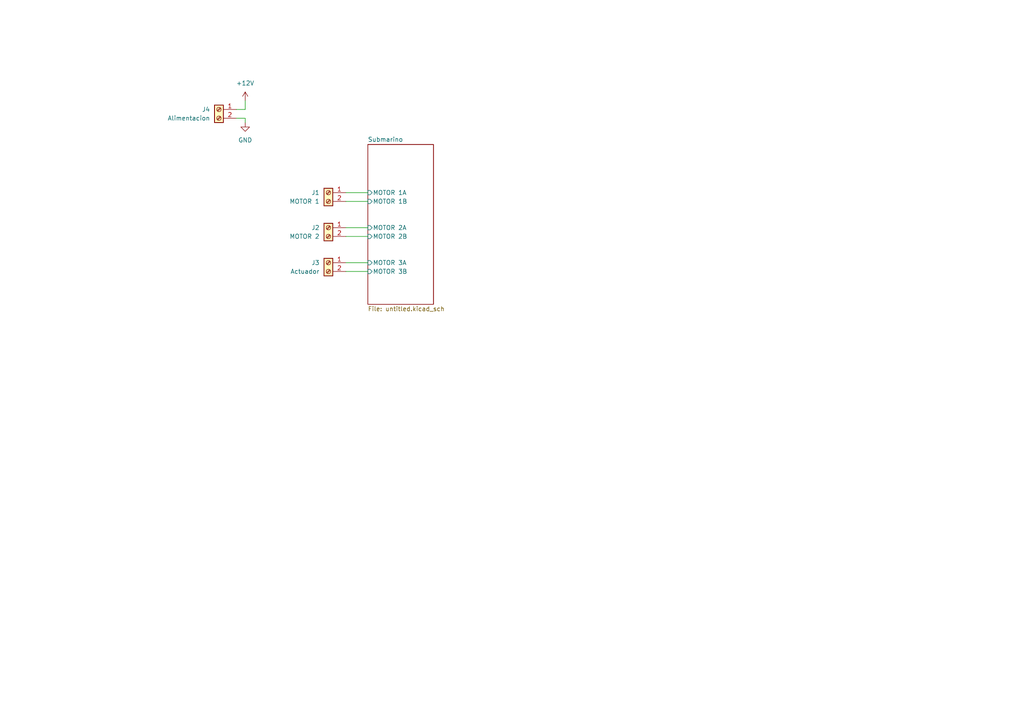
<source format=kicad_sch>
(kicad_sch
	(version 20250114)
	(generator "eeschema")
	(generator_version "9.0")
	(uuid "02e45749-4030-483e-a965-510a49dc6379")
	(paper "A4")
	(lib_symbols
		(symbol "Connector:Screw_Terminal_01x02"
			(pin_names
				(offset 1.016)
				(hide yes)
			)
			(exclude_from_sim no)
			(in_bom yes)
			(on_board yes)
			(property "Reference" "J"
				(at 0 2.54 0)
				(effects
					(font
						(size 1.27 1.27)
					)
				)
			)
			(property "Value" "Screw_Terminal_01x02"
				(at 0 -5.08 0)
				(effects
					(font
						(size 1.27 1.27)
					)
				)
			)
			(property "Footprint" ""
				(at 0 0 0)
				(effects
					(font
						(size 1.27 1.27)
					)
					(hide yes)
				)
			)
			(property "Datasheet" "~"
				(at 0 0 0)
				(effects
					(font
						(size 1.27 1.27)
					)
					(hide yes)
				)
			)
			(property "Description" "Generic screw terminal, single row, 01x02, script generated (kicad-library-utils/schlib/autogen/connector/)"
				(at 0 0 0)
				(effects
					(font
						(size 1.27 1.27)
					)
					(hide yes)
				)
			)
			(property "ki_keywords" "screw terminal"
				(at 0 0 0)
				(effects
					(font
						(size 1.27 1.27)
					)
					(hide yes)
				)
			)
			(property "ki_fp_filters" "TerminalBlock*:*"
				(at 0 0 0)
				(effects
					(font
						(size 1.27 1.27)
					)
					(hide yes)
				)
			)
			(symbol "Screw_Terminal_01x02_1_1"
				(rectangle
					(start -1.27 1.27)
					(end 1.27 -3.81)
					(stroke
						(width 0.254)
						(type default)
					)
					(fill
						(type background)
					)
				)
				(polyline
					(pts
						(xy -0.5334 0.3302) (xy 0.3302 -0.508)
					)
					(stroke
						(width 0.1524)
						(type default)
					)
					(fill
						(type none)
					)
				)
				(polyline
					(pts
						(xy -0.5334 -2.2098) (xy 0.3302 -3.048)
					)
					(stroke
						(width 0.1524)
						(type default)
					)
					(fill
						(type none)
					)
				)
				(polyline
					(pts
						(xy -0.3556 0.508) (xy 0.508 -0.3302)
					)
					(stroke
						(width 0.1524)
						(type default)
					)
					(fill
						(type none)
					)
				)
				(polyline
					(pts
						(xy -0.3556 -2.032) (xy 0.508 -2.8702)
					)
					(stroke
						(width 0.1524)
						(type default)
					)
					(fill
						(type none)
					)
				)
				(circle
					(center 0 0)
					(radius 0.635)
					(stroke
						(width 0.1524)
						(type default)
					)
					(fill
						(type none)
					)
				)
				(circle
					(center 0 -2.54)
					(radius 0.635)
					(stroke
						(width 0.1524)
						(type default)
					)
					(fill
						(type none)
					)
				)
				(pin passive line
					(at -5.08 0 0)
					(length 3.81)
					(name "Pin_1"
						(effects
							(font
								(size 1.27 1.27)
							)
						)
					)
					(number "1"
						(effects
							(font
								(size 1.27 1.27)
							)
						)
					)
				)
				(pin passive line
					(at -5.08 -2.54 0)
					(length 3.81)
					(name "Pin_2"
						(effects
							(font
								(size 1.27 1.27)
							)
						)
					)
					(number "2"
						(effects
							(font
								(size 1.27 1.27)
							)
						)
					)
				)
			)
			(embedded_fonts no)
		)
		(symbol "power:+12V"
			(power)
			(pin_numbers
				(hide yes)
			)
			(pin_names
				(offset 0)
				(hide yes)
			)
			(exclude_from_sim no)
			(in_bom yes)
			(on_board yes)
			(property "Reference" "#PWR"
				(at 0 -3.81 0)
				(effects
					(font
						(size 1.27 1.27)
					)
					(hide yes)
				)
			)
			(property "Value" "+12V"
				(at 0 3.556 0)
				(effects
					(font
						(size 1.27 1.27)
					)
				)
			)
			(property "Footprint" ""
				(at 0 0 0)
				(effects
					(font
						(size 1.27 1.27)
					)
					(hide yes)
				)
			)
			(property "Datasheet" ""
				(at 0 0 0)
				(effects
					(font
						(size 1.27 1.27)
					)
					(hide yes)
				)
			)
			(property "Description" "Power symbol creates a global label with name \"+12V\""
				(at 0 0 0)
				(effects
					(font
						(size 1.27 1.27)
					)
					(hide yes)
				)
			)
			(property "ki_keywords" "global power"
				(at 0 0 0)
				(effects
					(font
						(size 1.27 1.27)
					)
					(hide yes)
				)
			)
			(symbol "+12V_0_1"
				(polyline
					(pts
						(xy -0.762 1.27) (xy 0 2.54)
					)
					(stroke
						(width 0)
						(type default)
					)
					(fill
						(type none)
					)
				)
				(polyline
					(pts
						(xy 0 2.54) (xy 0.762 1.27)
					)
					(stroke
						(width 0)
						(type default)
					)
					(fill
						(type none)
					)
				)
				(polyline
					(pts
						(xy 0 0) (xy 0 2.54)
					)
					(stroke
						(width 0)
						(type default)
					)
					(fill
						(type none)
					)
				)
			)
			(symbol "+12V_1_1"
				(pin power_in line
					(at 0 0 90)
					(length 0)
					(name "~"
						(effects
							(font
								(size 1.27 1.27)
							)
						)
					)
					(number "1"
						(effects
							(font
								(size 1.27 1.27)
							)
						)
					)
				)
			)
			(embedded_fonts no)
		)
		(symbol "power:GND"
			(power)
			(pin_numbers
				(hide yes)
			)
			(pin_names
				(offset 0)
				(hide yes)
			)
			(exclude_from_sim no)
			(in_bom yes)
			(on_board yes)
			(property "Reference" "#PWR"
				(at 0 -6.35 0)
				(effects
					(font
						(size 1.27 1.27)
					)
					(hide yes)
				)
			)
			(property "Value" "GND"
				(at 0 -3.81 0)
				(effects
					(font
						(size 1.27 1.27)
					)
				)
			)
			(property "Footprint" ""
				(at 0 0 0)
				(effects
					(font
						(size 1.27 1.27)
					)
					(hide yes)
				)
			)
			(property "Datasheet" ""
				(at 0 0 0)
				(effects
					(font
						(size 1.27 1.27)
					)
					(hide yes)
				)
			)
			(property "Description" "Power symbol creates a global label with name \"GND\" , ground"
				(at 0 0 0)
				(effects
					(font
						(size 1.27 1.27)
					)
					(hide yes)
				)
			)
			(property "ki_keywords" "global power"
				(at 0 0 0)
				(effects
					(font
						(size 1.27 1.27)
					)
					(hide yes)
				)
			)
			(symbol "GND_0_1"
				(polyline
					(pts
						(xy 0 0) (xy 0 -1.27) (xy 1.27 -1.27) (xy 0 -2.54) (xy -1.27 -1.27) (xy 0 -1.27)
					)
					(stroke
						(width 0)
						(type default)
					)
					(fill
						(type none)
					)
				)
			)
			(symbol "GND_1_1"
				(pin power_in line
					(at 0 0 270)
					(length 0)
					(name "~"
						(effects
							(font
								(size 1.27 1.27)
							)
						)
					)
					(number "1"
						(effects
							(font
								(size 1.27 1.27)
							)
						)
					)
				)
			)
			(embedded_fonts no)
		)
	)
	(wire
		(pts
			(xy 100.33 55.88) (xy 106.68 55.88)
		)
		(stroke
			(width 0)
			(type default)
		)
		(uuid "03a12a84-8e39-4c21-81f1-04d43088de67")
	)
	(wire
		(pts
			(xy 68.58 34.29) (xy 71.12 34.29)
		)
		(stroke
			(width 0)
			(type default)
		)
		(uuid "2e9244a1-3286-44bb-936b-218030df5a1e")
	)
	(wire
		(pts
			(xy 100.33 78.74) (xy 106.68 78.74)
		)
		(stroke
			(width 0)
			(type default)
		)
		(uuid "3fbaf112-4bfd-4fab-9439-548876eb8eb3")
	)
	(wire
		(pts
			(xy 100.33 76.2) (xy 106.68 76.2)
		)
		(stroke
			(width 0)
			(type default)
		)
		(uuid "479bd8e1-66d3-4848-aab0-3880f67a5a73")
	)
	(wire
		(pts
			(xy 100.33 58.42) (xy 106.68 58.42)
		)
		(stroke
			(width 0)
			(type default)
		)
		(uuid "7a51224f-bb88-4ec1-b666-c7d7b0b5c9e8")
	)
	(wire
		(pts
			(xy 100.33 68.58) (xy 106.68 68.58)
		)
		(stroke
			(width 0)
			(type default)
		)
		(uuid "838a7adf-77bf-4be8-aaf4-33d9d2f38379")
	)
	(wire
		(pts
			(xy 68.58 31.75) (xy 71.12 31.75)
		)
		(stroke
			(width 0)
			(type default)
		)
		(uuid "b779ca2d-f6a0-480c-8caf-77bedd280c75")
	)
	(wire
		(pts
			(xy 71.12 34.29) (xy 71.12 35.56)
		)
		(stroke
			(width 0)
			(type default)
		)
		(uuid "bdc9d8f1-2c98-4e16-b330-3236bd609947")
	)
	(wire
		(pts
			(xy 100.33 66.04) (xy 106.68 66.04)
		)
		(stroke
			(width 0)
			(type default)
		)
		(uuid "d9bf729e-311e-4d4d-9929-579485eaa90d")
	)
	(wire
		(pts
			(xy 71.12 31.75) (xy 71.12 29.21)
		)
		(stroke
			(width 0)
			(type default)
		)
		(uuid "e96c255e-33c4-425f-bf04-0b9589daec9c")
	)
	(symbol
		(lib_id "power:+12V")
		(at 71.12 29.21 0)
		(unit 1)
		(exclude_from_sim no)
		(in_bom yes)
		(on_board yes)
		(dnp no)
		(fields_autoplaced yes)
		(uuid "267de8fd-fc6d-4b05-aa2a-fe8c8c33b53a")
		(property "Reference" "#PWR01"
			(at 71.12 33.02 0)
			(effects
				(font
					(size 1.27 1.27)
				)
				(hide yes)
			)
		)
		(property "Value" "+12V"
			(at 71.12 24.13 0)
			(effects
				(font
					(size 1.27 1.27)
				)
			)
		)
		(property "Footprint" ""
			(at 71.12 29.21 0)
			(effects
				(font
					(size 1.27 1.27)
				)
				(hide yes)
			)
		)
		(property "Datasheet" ""
			(at 71.12 29.21 0)
			(effects
				(font
					(size 1.27 1.27)
				)
				(hide yes)
			)
		)
		(property "Description" "Power symbol creates a global label with name \"+12V\""
			(at 71.12 29.21 0)
			(effects
				(font
					(size 1.27 1.27)
				)
				(hide yes)
			)
		)
		(pin "1"
			(uuid "3c57e352-09a1-42d5-b4c2-eca35793582d")
		)
		(instances
			(project ""
				(path "/02e45749-4030-483e-a965-510a49dc6379"
					(reference "#PWR01")
					(unit 1)
				)
			)
		)
	)
	(symbol
		(lib_id "Connector:Screw_Terminal_01x02")
		(at 95.25 55.88 0)
		(mirror y)
		(unit 1)
		(exclude_from_sim no)
		(in_bom yes)
		(on_board yes)
		(dnp no)
		(uuid "2ce9c4dc-e6ca-4619-94b9-72a34cab8c89")
		(property "Reference" "J1"
			(at 92.71 55.8799 0)
			(effects
				(font
					(size 1.27 1.27)
				)
				(justify left)
			)
		)
		(property "Value" "MOTOR 1"
			(at 92.71 58.4199 0)
			(effects
				(font
					(size 1.27 1.27)
				)
				(justify left)
			)
		)
		(property "Footprint" "Connector_Molex:Molex_KK-254_AE-6410-02A_1x02_P2.54mm_Vertical"
			(at 95.25 55.88 0)
			(effects
				(font
					(size 1.27 1.27)
				)
				(hide yes)
			)
		)
		(property "Datasheet" "~"
			(at 95.25 55.88 0)
			(effects
				(font
					(size 1.27 1.27)
				)
				(hide yes)
			)
		)
		(property "Description" "Generic screw terminal, single row, 01x02, script generated (kicad-library-utils/schlib/autogen/connector/)"
			(at 95.25 55.88 0)
			(effects
				(font
					(size 1.27 1.27)
				)
				(hide yes)
			)
		)
		(pin "1"
			(uuid "ccf9d096-53c9-47f2-ad32-730c6a98b738")
		)
		(pin "2"
			(uuid "305ed234-920d-42a2-8c80-5d42600560ad")
		)
		(instances
			(project ""
				(path "/02e45749-4030-483e-a965-510a49dc6379"
					(reference "J1")
					(unit 1)
				)
			)
		)
	)
	(symbol
		(lib_id "Connector:Screw_Terminal_01x02")
		(at 95.25 66.04 0)
		(mirror y)
		(unit 1)
		(exclude_from_sim no)
		(in_bom yes)
		(on_board yes)
		(dnp no)
		(uuid "5e4a6a00-7e00-407b-a2e1-413eec9181dd")
		(property "Reference" "J2"
			(at 92.71 66.0399 0)
			(effects
				(font
					(size 1.27 1.27)
				)
				(justify left)
			)
		)
		(property "Value" "MOTOR 2"
			(at 92.71 68.5799 0)
			(effects
				(font
					(size 1.27 1.27)
				)
				(justify left)
			)
		)
		(property "Footprint" "Connector_Molex:Molex_KK-254_AE-6410-02A_1x02_P2.54mm_Vertical"
			(at 95.25 66.04 0)
			(effects
				(font
					(size 1.27 1.27)
				)
				(hide yes)
			)
		)
		(property "Datasheet" "~"
			(at 95.25 66.04 0)
			(effects
				(font
					(size 1.27 1.27)
				)
				(hide yes)
			)
		)
		(property "Description" "Generic screw terminal, single row, 01x02, script generated (kicad-library-utils/schlib/autogen/connector/)"
			(at 95.25 66.04 0)
			(effects
				(font
					(size 1.27 1.27)
				)
				(hide yes)
			)
		)
		(pin "1"
			(uuid "3395cc9a-9ccb-4303-b972-6efcf790b1e9")
		)
		(pin "2"
			(uuid "feceda81-a201-4448-acd7-2c863abca44f")
		)
		(instances
			(project "Submarino"
				(path "/02e45749-4030-483e-a965-510a49dc6379"
					(reference "J2")
					(unit 1)
				)
			)
		)
	)
	(symbol
		(lib_id "power:GND")
		(at 71.12 35.56 0)
		(unit 1)
		(exclude_from_sim no)
		(in_bom yes)
		(on_board yes)
		(dnp no)
		(fields_autoplaced yes)
		(uuid "a8dbbccd-bc74-47a5-9c30-31a5a31de614")
		(property "Reference" "#PWR02"
			(at 71.12 41.91 0)
			(effects
				(font
					(size 1.27 1.27)
				)
				(hide yes)
			)
		)
		(property "Value" "GND"
			(at 71.12 40.64 0)
			(effects
				(font
					(size 1.27 1.27)
				)
			)
		)
		(property "Footprint" ""
			(at 71.12 35.56 0)
			(effects
				(font
					(size 1.27 1.27)
				)
				(hide yes)
			)
		)
		(property "Datasheet" ""
			(at 71.12 35.56 0)
			(effects
				(font
					(size 1.27 1.27)
				)
				(hide yes)
			)
		)
		(property "Description" "Power symbol creates a global label with name \"GND\" , ground"
			(at 71.12 35.56 0)
			(effects
				(font
					(size 1.27 1.27)
				)
				(hide yes)
			)
		)
		(pin "1"
			(uuid "d8369618-f9a5-4c26-b8dc-926e1ee3e5ed")
		)
		(instances
			(project ""
				(path "/02e45749-4030-483e-a965-510a49dc6379"
					(reference "#PWR02")
					(unit 1)
				)
			)
		)
	)
	(symbol
		(lib_id "Connector:Screw_Terminal_01x02")
		(at 95.25 76.2 0)
		(mirror y)
		(unit 1)
		(exclude_from_sim no)
		(in_bom yes)
		(on_board yes)
		(dnp no)
		(uuid "ac989c18-c6ff-4835-8dbc-b6842261e746")
		(property "Reference" "J3"
			(at 92.71 76.1999 0)
			(effects
				(font
					(size 1.27 1.27)
				)
				(justify left)
			)
		)
		(property "Value" "Actuador"
			(at 92.71 78.7399 0)
			(effects
				(font
					(size 1.27 1.27)
				)
				(justify left)
			)
		)
		(property "Footprint" "Connector_Molex:Molex_KK-254_AE-6410-02A_1x02_P2.54mm_Vertical"
			(at 95.25 76.2 0)
			(effects
				(font
					(size 1.27 1.27)
				)
				(hide yes)
			)
		)
		(property "Datasheet" "~"
			(at 95.25 76.2 0)
			(effects
				(font
					(size 1.27 1.27)
				)
				(hide yes)
			)
		)
		(property "Description" "Generic screw terminal, single row, 01x02, script generated (kicad-library-utils/schlib/autogen/connector/)"
			(at 95.25 76.2 0)
			(effects
				(font
					(size 1.27 1.27)
				)
				(hide yes)
			)
		)
		(pin "1"
			(uuid "a1323401-15a9-4279-9899-6cef44067c9a")
		)
		(pin "2"
			(uuid "0712145f-b0e8-4915-9178-569f24784f2e")
		)
		(instances
			(project "Submarino"
				(path "/02e45749-4030-483e-a965-510a49dc6379"
					(reference "J3")
					(unit 1)
				)
			)
		)
	)
	(symbol
		(lib_id "Connector:Screw_Terminal_01x02")
		(at 63.5 31.75 0)
		(mirror y)
		(unit 1)
		(exclude_from_sim no)
		(in_bom yes)
		(on_board yes)
		(dnp no)
		(uuid "c08fad17-66b4-422d-ae71-5c1547a764b9")
		(property "Reference" "J4"
			(at 60.96 31.7499 0)
			(effects
				(font
					(size 1.27 1.27)
				)
				(justify left)
			)
		)
		(property "Value" "Alimentacion"
			(at 60.96 34.2899 0)
			(effects
				(font
					(size 1.27 1.27)
				)
				(justify left)
			)
		)
		(property "Footprint" "Connector_Molex:Molex_KK-254_AE-6410-02A_1x02_P2.54mm_Vertical"
			(at 63.5 31.75 0)
			(effects
				(font
					(size 1.27 1.27)
				)
				(hide yes)
			)
		)
		(property "Datasheet" "~"
			(at 63.5 31.75 0)
			(effects
				(font
					(size 1.27 1.27)
				)
				(hide yes)
			)
		)
		(property "Description" "Generic screw terminal, single row, 01x02, script generated (kicad-library-utils/schlib/autogen/connector/)"
			(at 63.5 31.75 0)
			(effects
				(font
					(size 1.27 1.27)
				)
				(hide yes)
			)
		)
		(pin "1"
			(uuid "f5ab4fd7-a980-4f31-b6ba-a058fc07cae0")
		)
		(pin "2"
			(uuid "24c25320-c48c-4a5c-86a7-cca9a8fd31f3")
		)
		(instances
			(project "Submarino"
				(path "/02e45749-4030-483e-a965-510a49dc6379"
					(reference "J4")
					(unit 1)
				)
			)
		)
	)
	(sheet
		(at 106.68 41.91)
		(size 19.05 46.355)
		(exclude_from_sim no)
		(in_bom yes)
		(on_board yes)
		(dnp no)
		(fields_autoplaced yes)
		(stroke
			(width 0.1524)
			(type solid)
		)
		(fill
			(color 0 0 0 0.0000)
		)
		(uuid "9bd63853-ef46-4eea-b157-bc487cd7a735")
		(property "Sheetname" "Submarino"
			(at 106.68 41.1984 0)
			(effects
				(font
					(size 1.27 1.27)
				)
				(justify left bottom)
			)
		)
		(property "Sheetfile" "untitled.kicad_sch"
			(at 106.68 88.8496 0)
			(effects
				(font
					(size 1.27 1.27)
				)
				(justify left top)
			)
		)
		(pin "MOTOR 1A" input
			(at 106.68 55.88 180)
			(uuid "0f9f6681-d145-44c2-88a8-8bb309d2ba3a")
			(effects
				(font
					(size 1.27 1.27)
				)
				(justify left)
			)
		)
		(pin "MOTOR 1B" input
			(at 106.68 58.42 180)
			(uuid "a29902e9-dde4-47cc-b5b0-8c754d4a0cee")
			(effects
				(font
					(size 1.27 1.27)
				)
				(justify left)
			)
		)
		(pin "MOTOR 2A" input
			(at 106.68 66.04 180)
			(uuid "5e03ed63-ae05-499c-80c6-7065f97e1549")
			(effects
				(font
					(size 1.27 1.27)
				)
				(justify left)
			)
		)
		(pin "MOTOR 2B" input
			(at 106.68 68.58 180)
			(uuid "c6caef57-bfc0-4d72-a460-292527e41565")
			(effects
				(font
					(size 1.27 1.27)
				)
				(justify left)
			)
		)
		(pin "MOTOR 3A" input
			(at 106.68 76.2 180)
			(uuid "d743ccab-4ab5-4e2d-94f9-761d3436fc9f")
			(effects
				(font
					(size 1.27 1.27)
				)
				(justify left)
			)
		)
		(pin "MOTOR 3B" input
			(at 106.68 78.74 180)
			(uuid "06503fd4-4fcc-422a-95a3-e9a989cdf1d2")
			(effects
				(font
					(size 1.27 1.27)
				)
				(justify left)
			)
		)
		(instances
			(project "Submarino"
				(path "/02e45749-4030-483e-a965-510a49dc6379"
					(page "2")
				)
			)
		)
	)
	(sheet_instances
		(path "/"
			(page "1")
		)
	)
	(embedded_fonts no)
)

</source>
